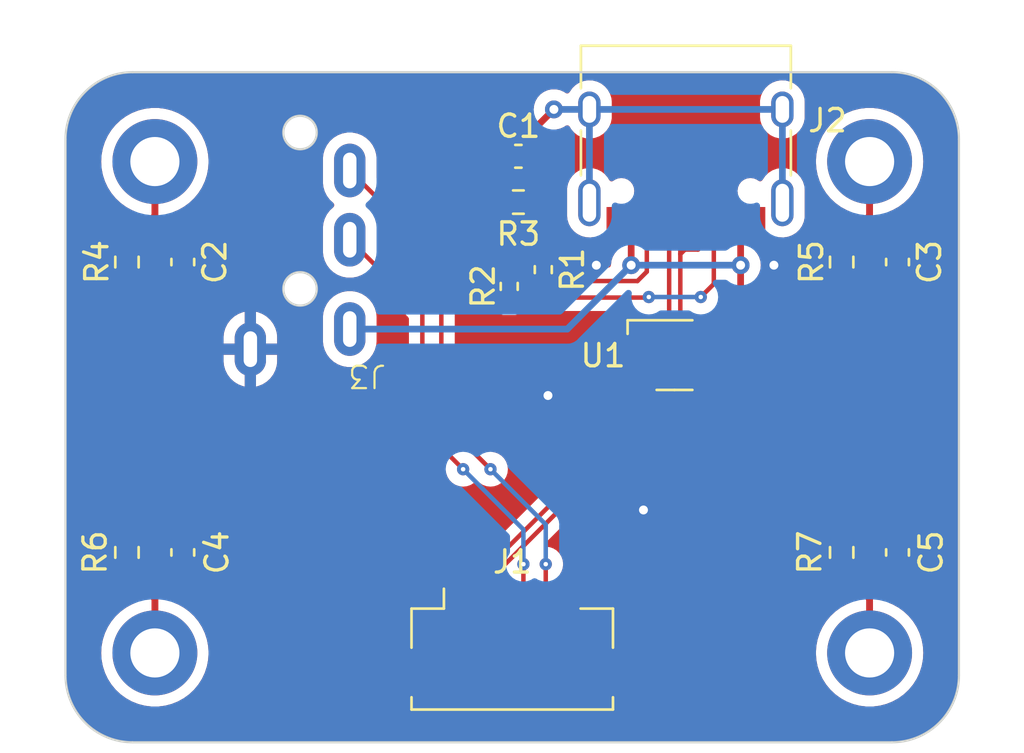
<source format=kicad_pcb>
(kicad_pcb (version 20221018) (generator pcbnew)
  (layers (0 "F.Cu" signal) (31 "B.Cu" signal) (34 "B.Paste" user) (35 "F.Paste" user) (36 "B.SilkS" user "B.Silkscreen") (37 "F.SilkS" user "F.Silkscreen") (38 "B.Mask" user) (39 "F.Mask" user) (44 "Edge.Cuts" user))
  (net 0 "")
  (net 1 "+5V")
  (net 2 "/USB_D-")
  (net 3 "/USB_D+")
  (net 4 "/SPLIT_TX")
  (net 5 "/SPLIT_RX")
  (net 6 "GND")
  (net 7 "Net-(J2-CC1)")
  (net 9 "Net-(J2-CC2)")
  (net 13 "Net-(J2-SHIELD)")
  (net 14 "Net-(C2-Pad1)")
  (net 15 "Net-(C3-Pad1)")
  (net 16 "Net-(C4-Pad1)")
  (net 17 "Net-(C5-Pad1)")
  (footprint "MountingHole:MountingHole_2.2mm_M2_DIN965_Pad_TopBottom" (layer "F.Cu") (at 104 86)
    (fp_text reference "H3" hide)
    (fp_text value "MountingHole_Pad")
    (pad "1" thru_hole circle (at 0 0) (size 2.6 2.6) (drill 2.2) (layers "*.Cu" "*.Mask") (net 16 "Net-(C4-Pad1)"))
    (pad "1" connect circle (at 0 0) (size 3.8 3.8) (layers "F.Cu" "F.Mask") (net 16 "Net-(C4-Pad1)"))
    (pad "1" connect circle (at 0 0) (size 3.8 3.8) (layers "B.Cu" "B.Mask") (net 16 "Net-(C4-Pad1)"))
  )
  (footprint "Resistor_SMD:R_0603_1608Metric" (layer "F.Cu") (at 120.275 65.815 180)
    (fp_text reference "R3" (at 0 -1.43) (layer "F.SilkS"))
    (fp_text value "330")
    (fp_line (start -0.237258 -0.5225) (end 0.237258 -0.5225) (stroke (width 0.12)) (layer "F.SilkS"))
    (fp_line (start -0.237258 0.5225) (end 0.237258 0.5225) (stroke (width 0.12)) (layer "F.SilkS"))
    (pad "1" smd roundrect (at -0.825 0 180) (size 0.8 0.95) (layers "F.Cu" "F.Paste" "F.Mask") (net 13 "Net-(J2-SHIELD)"))
    (pad "2" smd roundrect (at 0.825 0 180) (size 0.8 0.95) (layers "F.Cu" "F.Paste" "F.Mask") (net 6 "GND"))
  )
  (footprint "Resistor_SMD:R_0603_1608Metric" (layer "F.Cu") (at 102.75 81.5 90)
    (fp_text reference "R6" (at 0 -1.43 90) (layer "F.SilkS"))
    (fp_text value "330")
    (fp_line (start -0.237258 -0.5225) (end 0.237258 -0.5225) (stroke (width 0.12)) (layer "F.SilkS"))
    (fp_line (start -0.237258 0.5225) (end 0.237258 0.5225) (stroke (width 0.12)) (layer "F.SilkS"))
    (pad "1" smd roundrect (at -0.825 0 90) (size 0.8 0.95) (layers "F.Cu" "F.Paste" "F.Mask") (net 16 "Net-(C4-Pad1)"))
    (pad "2" smd roundrect (at 0.825 0 90) (size 0.8 0.95) (layers "F.Cu" "F.Paste" "F.Mask") (net 6 "GND"))
  )
  (footprint "Connector_USB:USB_C_Receptacle_HRO_TYPE-C-31-M-12" (layer "F.Cu") (at 127.775 62.715 180)
    (fp_text reference "J2" (at -6.34 0.55) (layer "F.SilkS"))
    (fp_text value "USB_C_Receptacle_USB2.0_16P")
    (fp_line (start -4.7 -1.9) (end -4.7 0.1) (stroke (width 0.12)) (layer "F.SilkS"))
    (fp_line (start -4.7 2) (end -4.7 3.9) (stroke (width 0.12)) (layer "F.SilkS"))
    (fp_line (start -4.7 3.9) (end 4.7 3.9) (stroke (width 0.12)) (layer "F.SilkS"))
    (fp_line (start 4.7 -1.9) (end 4.7 0.1) (stroke (width 0.12)) (layer "F.SilkS"))
    (fp_line (start 4.7 2) (end 4.7 3.9) (stroke (width 0.12)) (layer "F.SilkS"))
    (pad "" np_thru_hole circle (at -2.89 -2.6 180) (size 0.65 0.65) (drill 0.65) (layers "*.Cu" "*.Mask"))
    (pad "" np_thru_hole circle (at 2.89 -2.6 180) (size 0.65 0.65) (drill 0.65) (layers "*.Cu" "*.Mask"))
    (pad "A1" smd rect (at -3.25 -4.045 180) (size 0.6 1.45) (layers "F.Cu" "F.Paste" "F.Mask") (net 6 "GND"))
    (pad "A4" smd rect (at -2.45 -4.045 180) (size 0.6 1.45) (layers "F.Cu" "F.Paste" "F.Mask") (net 1 "+5V"))
    (pad "A5" smd rect (at -1.25 -4.045 180) (size 0.3 1.45) (layers "F.Cu" "F.Paste" "F.Mask") (net 7 "Net-(J2-CC1)"))
    (pad "A6" smd rect (at -0.25 -4.045 180) (size 0.3 1.45) (layers "F.Cu" "F.Paste" "F.Mask") (net 3 "/USB_D+"))
    (pad "A7" smd rect (at 0.25 -4.045 180) (size 0.3 1.45) (layers "F.Cu" "F.Paste" "F.Mask") (net 2 "/USB_D-"))
    (pad "A8" smd rect (at 1.25 -4.045 180) (size 0.3 1.45) (layers "F.Cu" "F.Paste" "F.Mask"))
    (pad "A9" smd rect (at 2.45 -4.045 180) (size 0.6 1.45) (layers "F.Cu" "F.Paste" "F.Mask") (net 1 "+5V"))
    (pad "A12" smd rect (at 3.25 -4.045 180) (size 0.6 1.45) (layers "F.Cu" "F.Paste" "F.Mask") (net 6 "GND"))
    (pad "B1" smd rect (at 3.25 -4.045 180) (size 0.6 1.45) (layers "F.Cu" "F.Paste" "F.Mask") (net 6 "GND"))
    (pad "B4" smd rect (at 2.45 -4.045 180) (size 0.6 1.45) (layers "F.Cu" "F.Paste" "F.Mask") (net 1 "+5V"))
    (pad "B5" smd rect (at 1.75 -4.045 180) (size 0.3 1.45) (layers "F.Cu" "F.Paste" "F.Mask") (net 9 "Net-(J2-CC2)"))
    (pad "B6" smd rect (at 0.75 -4.045 180) (size 0.3 1.45) (layers "F.Cu" "F.Paste" "F.Mask") (net 3 "/USB_D+"))
    (pad "B7" smd rect (at -0.75 -4.045 180) (size 0.3 1.45) (layers "F.Cu" "F.Paste" "F.Mask") (net 2 "/USB_D-"))
    (pad "B8" smd rect (at -1.75 -4.045 180) (size 0.3 1.45) (layers "F.Cu" "F.Paste" "F.Mask"))
    (pad "B9" smd rect (at -2.45 -4.045 180) (size 0.6 1.45) (layers "F.Cu" "F.Paste" "F.Mask") (net 1 "+5V"))
    (pad "B12" smd rect (at -3.25 -4.045 180) (size 0.6 1.45) (layers "F.Cu" "F.Paste" "F.Mask") (net 6 "GND"))
    (pad "S1" thru_hole oval (at -4.32 -3.13 180) (size 1 2.1) (drill oval 0.6 1.7) (layers "*.Cu" "*.Mask") (net 13 "Net-(J2-SHIELD)"))
    (pad "S1" thru_hole oval (at -4.32 1.05 180) (size 1 1.6) (drill oval 0.6 1.2) (layers "*.Cu" "*.Mask") (net 13 "Net-(J2-SHIELD)"))
    (pad "S1" thru_hole oval (at 4.32 -3.13 180) (size 1 2.1) (drill oval 0.6 1.7) (layers "*.Cu" "*.Mask") (net 13 "Net-(J2-SHIELD)"))
    (pad "S1" thru_hole oval (at 4.32 1.05 180) (size 1 1.6) (drill oval 0.6 1.2) (layers "*.Cu" "*.Mask") (net 13 "Net-(J2-SHIELD)"))
  )
  (footprint "MountingHole:MountingHole_2.2mm_M2_DIN965_Pad_TopBottom" (layer "F.Cu") (at 136 64)
    (fp_text reference "H2" hide)
    (fp_text value "MountingHole_Pad")
    (pad "1" thru_hole circle (at 0 0) (size 2.6 2.6) (drill 2.2) (layers "*.Cu" "*.Mask") (net 15 "Net-(C3-Pad1)"))
    (pad "1" connect circle (at 0 0) (size 3.8 3.8) (layers "F.Cu" "F.Mask") (net 15 "Net-(C3-Pad1)"))
    (pad "1" connect circle (at 0 0) (size 3.8 3.8) (layers "B.Cu" "B.Mask") (net 15 "Net-(C3-Pad1)"))
  )
  (footprint "PCM_marbastlib-various:SOT-23-6-routable" (layer "F.Cu") (at 127.265 72.665)
    (fp_text reference "U1" (at -3.2 0.025) (layer "F.SilkS"))
    (fp_text value "SRV05-4")
    (fp_line (start -2.1 -1.56) (end 0.8 -1.56) (stroke (width 0.12)) (layer "F.SilkS"))
    (fp_line (start -2.1 -0.95) (end -2.1 -1.56) (stroke (width 0.12)) (layer "F.SilkS"))
    (fp_line (start 0 1.56) (end -0.8 1.56) (stroke (width 0.12)) (layer "F.SilkS"))
    (fp_line (start 0 1.56) (end 0.8 1.56) (stroke (width 0.12)) (layer "F.SilkS"))
    (pad "1" smd roundrect (at -1.175 -0.95) (size 1.25 0.6) (layers "F.Cu" "F.Paste" "F.Mask") (net 3 "/USB_D+"))
    (pad "2" smd roundrect (at -1.175 0) (size 1.25 0.6) (layers "F.Cu" "F.Paste" "F.Mask") (net 6 "GND"))
    (pad "3" smd roundrect (at -1.175 0.95) (size 1.25 0.6) (layers "F.Cu" "F.Paste" "F.Mask"))
    (pad "4" smd roundrect (at 1.175 0.95) (size 1.25 0.6) (layers "F.Cu" "F.Paste" "F.Mask"))
    (pad "5" smd roundrect (at 1.175 0) (size 1.25 0.6) (layers "F.Cu" "F.Paste" "F.Mask") (net 1 "+5V"))
    (pad "6" smd roundrect (at 1.175 -0.95) (size 1.25 0.6) (layers "F.Cu" "F.Paste" "F.Mask") (net 2 "/USB_D-"))
  )
  (footprint "Resistor_SMD:R_0603_1608Metric" (layer "F.Cu") (at 134.75 68.5 -90)
    (fp_text reference "R5" (at 0 1.35 90) (layer "F.SilkS"))
    (fp_text value "330")
    (fp_line (start -0.237258 -0.5225) (end 0.237258 -0.5225) (stroke (width 0.12)) (layer "F.SilkS"))
    (fp_line (start -0.237258 0.5225) (end 0.237258 0.5225) (stroke (width 0.12)) (layer "F.SilkS"))
    (pad "1" smd roundrect (at -0.825 0 270) (size 0.8 0.95) (layers "F.Cu" "F.Paste" "F.Mask") (net 15 "Net-(C3-Pad1)"))
    (pad "2" smd roundrect (at 0.825 0 270) (size 0.8 0.95) (layers "F.Cu" "F.Paste" "F.Mask") (net 6 "GND"))
  )
  (footprint "Resistor_SMD:R_0603_1608Metric" (layer "F.Cu") (at 134.75 81.5 90)
    (fp_text reference "R7" (at 0 -1.43 90) (layer "F.SilkS"))
    (fp_text value "330")
    (fp_line (start -0.237258 -0.5225) (end 0.237258 -0.5225) (stroke (width 0.12)) (layer "F.SilkS"))
    (fp_line (start -0.237258 0.5225) (end 0.237258 0.5225) (stroke (width 0.12)) (layer "F.SilkS"))
    (pad "1" smd roundrect (at -0.825 0 90) (size 0.8 0.95) (layers "F.Cu" "F.Paste" "F.Mask") (net 17 "Net-(C5-Pad1)"))
    (pad "2" smd roundrect (at 0.825 0 90) (size 0.8 0.95) (layers "F.Cu" "F.Paste" "F.Mask") (net 6 "GND"))
  )
  (footprint "Resistor_SMD:R_0402_1005Metric" (layer "F.Cu") (at 121.39 68.84 90)
    (fp_text reference "R1" (at 0 1.3 90) (layer "F.SilkS"))
    (fp_text value "5.1k")
    (fp_line (start -0.153641 -0.38) (end 0.153641 -0.38) (stroke (width 0.12)) (layer "F.SilkS"))
    (fp_line (start -0.153641 0.38) (end 0.153641 0.38) (stroke (width 0.12)) (layer "F.SilkS"))
    (pad "1" smd roundrect (at -0.51 0 90) (size 0.54 0.64) (layers "F.Cu" "F.Paste" "F.Mask") (net 9 "Net-(J2-CC2)"))
    (pad "2" smd roundrect (at 0.51 0 90) (size 0.54 0.64) (layers "F.Cu" "F.Paste" "F.Mask") (net 6 "GND"))
  )
  (footprint "Resistor_SMD:R_0402_1005Metric" (layer "F.Cu") (at 119.865 69.59 90)
    (fp_text reference "R2" (at 0 -1.17 90) (layer "F.SilkS"))
    (fp_text value "5.1k")
    (fp_line (start -0.153641 -0.38) (end 0.153641 -0.38) (stroke (width 0.12)) (layer "F.SilkS"))
    (fp_line (start -0.153641 0.38) (end 0.153641 0.38) (stroke (width 0.12)) (layer "F.SilkS"))
    (pad "1" smd roundrect (at -0.51 0 90) (size 0.54 0.64) (layers "F.Cu" "F.Paste" "F.Mask") (net 7 "Net-(J2-CC1)"))
    (pad "2" smd roundrect (at 0.51 0 90) (size 0.54 0.64) (layers "F.Cu" "F.Paste" "F.Mask") (net 6 "GND"))
  )
  (footprint "Capacitor_SMD:C_0603_1608Metric" (layer "F.Cu") (at 137.25 81.5 90)
    (fp_text reference "C5" (at 0 1.5 90) (layer "F.SilkS"))
    (fp_text value "100n")
    (fp_line (start -0.14058 -0.51) (end 0.14058 -0.51) (stroke (width 0.12)) (layer "F.SilkS"))
    (fp_line (start -0.14058 0.51) (end 0.14058 0.51) (stroke (width 0.12)) (layer "F.SilkS"))
    (pad "1" smd roundrect (at -0.775 0 90) (size 0.9 0.95) (layers "F.Cu" "F.Paste" "F.Mask") (net 17 "Net-(C5-Pad1)"))
    (pad "2" smd roundrect (at 0.775 0 90) (size 0.9 0.95) (layers "F.Cu" "F.Paste" "F.Mask") (net 6 "GND"))
  )
  (footprint "Capacitor_SMD:C_0603_1608Metric" (layer "F.Cu") (at 105.25 81.5 90)
    (fp_text reference "C4" (at 0 1.525 90) (layer "F.SilkS"))
    (fp_text value "100n")
    (fp_line (start -0.14058 -0.51) (end 0.14058 -0.51) (stroke (width 0.12)) (layer "F.SilkS"))
    (fp_line (start -0.14058 0.51) (end 0.14058 0.51) (stroke (width 0.12)) (layer "F.SilkS"))
    (pad "1" smd roundrect (at -0.775 0 90) (size 0.9 0.95) (layers "F.Cu" "F.Paste" "F.Mask") (net 16 "Net-(C4-Pad1)"))
    (pad "2" smd roundrect (at 0.775 0 90) (size 0.9 0.95) (layers "F.Cu" "F.Paste" "F.Mask") (net 6 "GND"))
  )
  (footprint "lib-zegonix:TRRS_Receptable" (layer "F.Cu") (at 113.5 73.1 180)
    (fp_text reference "J3" (at 0 -0.5 180 unlocked) (layer "F.SilkS") (effects (font (thickness 0.1))))
    (fp_text value "PJ-320A")
    (fp_circle (center 3 3.4) (end 3.75 3.4) (stroke (width 0.1)) (fill none) (layer "Edge.Cuts"))
    (fp_circle (center 3 10.4) (end 3.75 10.4) (stroke (width 0.1)) (fill none) (layer "Edge.Cuts"))
    (pad "R1" thru_hole oval (at 0.775 5.6 180) (size 1.4 2.4) (drill oval 0.6 1.6) (layers "*.Cu" "*.Mask") (net 4 "/SPLIT_TX"))
    (pad "R2" thru_hole oval (at 0.775 8.7 180) (size 1.4 2.4) (drill oval 0.6 1.6) (layers "*.Cu" "*.Mask") (net 5 "/SPLIT_RX"))
    (pad "S" thru_hole oval (at 5.225 0.7 180) (size 1.4 2.4) (drill oval 0.6 1.6) (layers "*.Cu" "*.Mask") (net 6 "GND"))
    (pad "T" thru_hole oval (at 0.775 1.6 180) (size 1.4 2.4) (drill oval 0.6 1.6) (layers "*.Cu" "*.Mask") (net 1 "+5V"))
  )
  (footprint "Resistor_SMD:R_0603_1608Metric" (layer "F.Cu") (at 102.75 68.5 -90)
    (fp_text reference "R4" (at 0 1.35 90) (layer "F.SilkS"))
    (fp_text value "330")
    (fp_line (start -0.237258 -0.5225) (end 0.237258 -0.5225) (stroke (width 0.12)) (layer "F.SilkS"))
    (fp_line (start -0.237258 0.5225) (end 0.237258 0.5225) (stroke (width 0.12)) (layer "F.SilkS"))
    (pad "1" smd roundrect (at -0.825 0 270) (size 0.8 0.95) (layers "F.Cu" "F.Paste" "F.Mask") (net 14 "Net-(C2-Pad1)"))
    (pad "2" smd roundrect (at 0.825 0 270) (size 0.8 0.95) (layers "F.Cu" "F.Paste" "F.Mask") (net 6 "GND"))
  )
  (footprint "MountingHole:MountingHole_2.2mm_M2_DIN965_Pad_TopBottom" (layer "F.Cu") (at 104 64)
    (fp_text reference "H1" hide)
    (fp_text value "MountingHole_Pad")
    (pad "1" thru_hole circle (at 0 0) (size 2.6 2.6) (drill 2.2) (layers "*.Cu" "*.Mask") (net 14 "Net-(C2-Pad1)"))
    (pad "1" connect circle (at 0 0) (size 3.8 3.8) (layers "F.Cu" "F.Mask") (net 14 "Net-(C2-Pad1)"))
    (pad "1" connect circle (at 0 0) (size 3.8 3.8) (layers "B.Cu" "B.Mask") (net 14 "Net-(C2-Pad1)"))
  )
  (footprint "Capacitor_SMD:C_0603_1608Metric" (layer "F.Cu") (at 105.25 68.5 -90)
    (fp_text reference "C2" (at 0 -1.43 90) (layer "F.SilkS"))
    (fp_text value "100n")
    (fp_line (start -0.14058 -0.51) (end 0.14058 -0.51) (stroke (width 0.12)) (layer "F.SilkS"))
    (fp_line (start -0.14058 0.51) (end 0.14058 0.51) (stroke (width 0.12)) (layer "F.SilkS"))
    (pad "1" smd roundrect (at -0.775 0 270) (size 0.9 0.95) (layers "F.Cu" "F.Paste" "F.Mask") (net 14 "Net-(C2-Pad1)"))
    (pad "2" smd roundrect (at 0.775 0 270) (size 0.9 0.95) (layers "F.Cu" "F.Paste" "F.Mask") (net 6 "GND"))
  )
  (footprint "MountingHole:MountingHole_2.2mm_M2_DIN965_Pad_TopBottom" (layer "F.Cu") (at 136 86)
    (fp_text reference "H4" hide)
    (fp_text value "MountingHole_Pad")
    (pad "1" thru_hole circle (at 0 0) (size 2.6 2.6) (drill 2.2) (layers "*.Cu" "*.Mask") (net 17 "Net-(C5-Pad1)"))
    (pad "1" connect circle (at 0 0) (size 3.8 3.8) (layers "F.Cu" "F.Mask") (net 17 "Net-(C5-Pad1)"))
    (pad "1" connect circle (at 0 0) (size 3.8 3.8) (layers "B.Cu" "B.Mask") (net 17 "Net-(C5-Pad1)"))
  )
  (footprint "Capacitor_SMD:C_0603_1608Metric" (layer "F.Cu") (at 120.275 63.765 180)
    (fp_text reference "C1" (at 0 1.35) (layer "F.SilkS"))
    (fp_text value "100n")
    (fp_line (start -0.14058 -0.51) (end 0.14058 -0.51) (stroke (width 0.12)) (layer "F.SilkS"))
    (fp_line (start -0.14058 0.51) (end 0.14058 0.51) (stroke (width 0.12)) (layer "F.SilkS"))
    (pad "1" smd roundrect (at -0.775 0 180) (size 0.9 0.95) (layers "F.Cu" "F.Paste" "F.Mask") (net 13 "Net-(J2-SHIELD)"))
    (pad "2" smd roundrect (at 0.775 0 180) (size 0.9 0.95) (layers "F.Cu" "F.Paste" "F.Mask") (net 6 "GND"))
  )
  (footprint "Connector_JST:JST_SHL_SM06B-SHLS-TF_1x06-1MP_P1.00mm_Horizontal" (layer "F.Cu") (at 120 85.425)
    (fp_text reference "J1" (at 0 -3.5) (layer "F.SilkS"))
    (fp_text value "Conn_01x06_MountingPin")
    (fp_line (start -4.51 -1.41) (end -3.06 -1.41) (stroke (width 0.12)) (layer "F.SilkS"))
    (fp_line (start -4.51 0.34) (end -4.51 -1.41) (stroke (width 0.12)) (layer "F.SilkS"))
    (fp_line (start -4.51 2.56) (end -4.51 3.11) (stroke (width 0.12)) (layer "F.SilkS"))
    (fp_line (start -4.51 3.11) (end 4.51 3.11) (stroke (width 0.12)) (layer "F.SilkS"))
    (fp_line (start -3.06 -1.41) (end -3.06 -2.3) (stroke (width 0.12)) (layer "F.SilkS"))
    (fp_line (start 4.51 -1.41) (end 3.06 -1.41) (stroke (width 0.12)) (layer "F.SilkS"))
    (fp_line (start 4.51 0.34) (end 4.51 -1.41) (stroke (width 0.12)) (layer "F.SilkS"))
    (fp_line (start 4.51 3.11) (end 4.51 2.56) (stroke (width 0.12)) (layer "F.SilkS"))
    (pad "1" smd roundrect (at -2.5 -1.675) (size 0.6 1.25) (layers "F.Cu" "F.Paste" "F.Mask") (net 1 "+5V"))
    (pad "2" smd roundrect (at -1.5 -1.675) (size 0.6 1.25) (layers "F.Cu" "F.Paste" "F.Mask") (net 3 "/USB_D+"))
    (pad "3" smd roundrect (at -0.5 -1.675) (size 0.6 1.25) (layers "F.Cu" "F.Paste" "F.Mask") (net 2 "/USB_D-"))
    (pad "4" smd roundrect (at 0.5 -1.675) (size 0.6 1.25) (layers "F.Cu" "F.Paste" "F.Mask") (net 4 "/SPLIT_TX"))
    (pad "5" smd roundrect (at 1.5 -1.675) (size 0.6 1.25) (layers "F.Cu" "F.Paste" "F.Mask") (net 5 "/SPLIT_RX"))
    (pad "6" smd roundrect (at 2.5 -1.675) (size 0.6 1.25) (layers "F.Cu" "F.Paste" "F.Mask") (net 6 "GND"))
    (pad "MP" smd roundrect (at -3.95 1.45) (size 0.9 1.7) (layers "F.Cu" "F.Paste" "F.Mask") (net 6 "GND"))
    (pad "MP" smd roundrect (at 3.95 1.45) (size 0.9 1.7) (layers "F.Cu" "F.Paste" "F.Mask") (net 6 "GND"))
  )
  (footprint "Capacitor_SMD:C_0603_1608Metric" (layer "F.Cu") (at 137.25 68.5 -90)
    (fp_text reference "C3" (at 0 -1.43 90) (layer "F.SilkS"))
    (fp_text value "100n")
    (fp_line (start -0.14058 -0.51) (end 0.14058 -0.51) (stroke (width 0.12)) (layer "F.SilkS"))
    (fp_line (start -0.14058 0.51) (end 0.14058 0.51) (stroke (width 0.12)) (layer "F.SilkS"))
    (pad "1" smd roundrect (at -0.775 0 270) (size 0.9 0.95) (layers "F.Cu" "F.Paste" "F.Mask") (net 15 "Net-(C3-Pad1)"))
    (pad "2" smd roundrect (at 0.775 0 270) (size 0.9 0.95) (layers "F.Cu" "F.Paste" "F.Mask") (net 6 "GND"))
  )
  (gr_line (start 137 90) (end 103 90) (stroke (width 0.1)) (layer "Edge.Cuts"))
  (gr_line (start 103 60) (end 137 60) (stroke (width 0.1)) (layer "Edge.Cuts"))
  (gr_arc (start 140 87) (mid 139.12132 89.12132) (end 137 90) (stroke (width 0.1)) (layer "Edge.Cuts"))
  (gr_arc (start 100 63) (mid 100.87868 60.87868) (end 103 60) (stroke (width 0.1)) (layer "Edge.Cuts"))
  (gr_line (start 140 63) (end 140 87) (stroke (width 0.1)) (layer "Edge.Cuts"))
  (gr_arc (start 103 90) (mid 100.87868 89.12132) (end 100 87) (stroke (width 0.1)) (layer "Edge.Cuts"))
  (gr_line (start 100 87) (end 100 63) (stroke (width 0.1)) (layer "Edge.Cuts"))
  (gr_arc (start 137 60) (mid 139.12132 60.87868) (end 140 63) (stroke (width 0.1)) (layer "Edge.Cuts"))
  (segment (start 130.225 68.64) (end 130.225 71.605) (width 0.3) (layer "F.Cu") (net 1))
  (segment (start 130.225 71.605) (end 130.225 81.6) (width 0.3) (layer "F.Cu") (net 1))
  (segment (start 129.165 72.665) (end 128.44 72.665) (width 0.3) (layer "F.Cu") (net 1))
  (segment (start 117.5 84.475) (end 117.5 83.75) (width 0.3) (layer "F.Cu") (net 1))
  (segment (start 126.625 85.2) (end 118.225 85.2) (width 0.3) (layer "F.Cu") (net 1))
  (segment (start 118.225 85.2) (end 117.5 84.475) (width 0.3) (layer "F.Cu") (net 1))
  (segment (start 130.225 81.6) (end 126.625 85.2) (width 0.3) (layer "F.Cu") (net 1))
  (segment (start 130.225 68.64) (end 130.225 66.76) (width 0.3) (layer "F.Cu") (net 1))
  (segment (start 130.225 71.605) (end 129.165 72.665) (width 0.3) (layer "F.Cu") (net 1))
  (segment (start 125.325 68.64) (end 125.325 66.76) (width 0.3) (layer "F.Cu") (net 1))
  (via (at 130.225 68.64) (size 0.8) (drill 0.4) (layers "F.Cu" "B.Cu") (net 1))
  (via (at 125.325 68.64) (size 0.8) (drill 0.4) (layers "F.Cu" "B.Cu") (net 1))
  (segment (start 125.325 68.64) (end 122.465 71.5) (width 0.3) (layer "B.Cu") (net 1))
  (segment (start 122.465 71.5) (end 112.725 71.5) (width 0.3) (layer "B.Cu") (net 1))
  (segment (start 125.325 68.64) (end 130.225 68.64) (width 0.3) (layer "B.Cu") (net 1))
  (segment (start 127.73 67.94) (end 128.32 67.94) (width 0.2) (layer "F.Cu") (net 2))
  (segment (start 127.525 68.14) (end 127.525 71.125) (width 0.2) (layer "F.Cu") (net 2))
  (segment (start 119.5 82.211827) (end 119.5 83.75) (width 0.2) (layer "F.Cu") (net 2))
  (segment (start 127.73 67.94) (end 127.53 68.14) (width 0.2) (layer "F.Cu") (net 2))
  (segment (start 127.465 72.374448) (end 127.465 74.246827) (width 0.2) (layer "F.Cu") (net 2))
  (segment (start 128.115 71.715) (end 128.44 71.715) (width 0.2) (layer "F.Cu") (net 2))
  (segment (start 128.124448 71.715) (end 127.465 72.374448) (width 0.2) (layer "F.Cu") (net 2))
  (segment (start 127.525 67.735) (end 127.73 67.94) (width 0.2) (layer "F.Cu") (net 2))
  (segment (start 127.53 68.14) (end 127.525 68.14) (width 0.2) (layer "F.Cu") (net 2))
  (segment (start 127.465 74.246827) (end 119.5 82.211827) (width 0.2) (layer "F.Cu") (net 2))
  (segment (start 127.525 66.76) (end 127.525 68.14) (width 0.2) (layer "F.Cu") (net 2))
  (segment (start 127.525 66.76) (end 127.525 67.735) (width 0.2) (layer "F.Cu") (net 2))
  (segment (start 128.32 67.94) (end 128.525 67.735) (width 0.2) (layer "F.Cu") (net 2))
  (segment (start 127.525 71.125) (end 128.115 71.715) (width 0.2) (layer "F.Cu") (net 2))
  (segment (start 128.525 67.735) (end 128.525 66.76) (width 0.2) (layer "F.Cu") (net 2))
  (segment (start 128.44 71.715) (end 128.124448 71.715) (width 0.2) (layer "F.Cu") (net 2))
  (segment (start 118.5 82.575) (end 118.5 83.75) (width 0.2) (layer "F.Cu") (net 3))
  (segment (start 127.065 72.374448) (end 127.065 74.01) (width 0.2) (layer "F.Cu") (net 3))
  (segment (start 127.83 65.59) (end 128.025 65.785) (width 0.2) (layer "F.Cu") (net 3))
  (segment (start 126.09 71.715) (end 126.405552 71.715) (width 0.2) (layer "F.Cu") (net 3))
  (segment (start 127.065 74.01) (end 118.5 82.575) (width 0.2) (layer "F.Cu") (net 3))
  (segment (start 127.025 66.76) (end 127.025 65.785) (width 0.2) (layer "F.Cu") (net 3))
  (segment (start 128.025 65.785) (end 128.025 66.76) (width 0.2) (layer "F.Cu") (net 3))
  (segment (start 127.22 65.59) (end 127.83 65.59) (width 0.2) (layer "F.Cu") (net 3))
  (segment (start 127.025 71.105) (end 126.415 71.715) (width 0.2) (layer "F.Cu") (net 3))
  (segment (start 126.415 71.715) (end 126.09 71.715) (width 0.2) (layer "F.Cu") (net 3))
  (segment (start 126.405552 71.715) (end 127.065 72.374448) (width 0.2) (layer "F.Cu") (net 3))
  (segment (start 127.025 65.785) (end 127.22 65.59) (width 0.2) (layer "F.Cu") (net 3))
  (segment (start 127.025 66.76) (end 127.025 71.105) (width 0.2) (layer "F.Cu") (net 3))
  (segment (start 120.5 83.75) (end 120.5 82.025) (width 0.2) (layer "F.Cu") (net 4))
  (segment (start 117.8 77.775) (end 115.975 75.95) (width 0.2) (layer "F.Cu") (net 4))
  (segment (start 115.975 70.75) (end 112.725 67.5) (width 0.2) (layer "F.Cu") (net 4))
  (segment (start 115.975 75.95) (end 115.975 70.75) (width 0.2) (layer "F.Cu") (net 4))
  (via (at 117.8 77.775) (size 0.55) (drill 0.2) (layers "F.Cu" "B.Cu") (net 4))
  (via (at 120.5 82.025) (size 0.55) (drill 0.2) (layers "F.Cu" "B.Cu") (net 4))
  (segment (start 120.5 80.475) (end 120.5 82.025) (width 0.2) (layer "B.Cu") (net 4))
  (segment (start 117.8 77.775) (end 120.5 80.475) (width 0.2) (layer "B.Cu") (net 4))
  (segment (start 116.825 75.575) (end 116.825 68.5) (width 0.2) (layer "F.Cu") (net 5))
  (segment (start 121.5 82.025) (end 121.5 83.75) (width 0.2) (layer "F.Cu") (net 5))
  (segment (start 116.825 68.5) (end 112.725 64.4) (width 0.2) (layer "F.Cu") (net 5))
  (segment (start 119.025 77.775) (end 116.825 75.575) (width 0.2) (layer "F.Cu") (net 5))
  (via (at 121.5 82.025) (size 0.55) (drill 0.2) (layers "F.Cu" "B.Cu") (net 5))
  (via (at 119.025 77.775) (size 0.55) (drill 0.2) (layers "F.Cu" "B.Cu") (net 5))
  (segment (start 121.5 82.025) (end 121.5 80.25) (width 0.2) (layer "B.Cu") (net 5))
  (segment (start 121.5 80.25) (end 119.025 77.775) (width 0.2) (layer "B.Cu") (net 5))
  (segment (start 131.715 68.64) (end 131.025 67.95) (width 0.3) (layer "F.Cu") (net 6))
  (segment (start 131.025 67.95) (end 131.025 66.76) (width 0.3) (layer "F.Cu") (net 6))
  (segment (start 124.525 66.76) (end 124.525 67.88) (width 0.3) (layer "F.Cu") (net 6))
  (segment (start 124.525 67.88) (end 123.765 68.64) (width 0.3) (layer "F.Cu") (net 6))
  (via (at 125.875 79.6) (size 0.8) (drill 0.4) (layers "F.Cu" "B.Cu") (net 6))
  (via (at 123.765 68.64) (size 0.8) (drill 0.4) (layers "F.Cu" "B.Cu") (net 6))
  (via (at 131.715 68.64) (size 0.8) (drill 0.4) (layers "F.Cu" "B.Cu") (net 6))
  (via (at 121.6 74.475) (size 0.8) (drill 0.4) (layers "F.Cu" "B.Cu") (net 6))
  (segment (start 119.875 70.09) (end 119.865 70.1) (width 0.2) (layer "F.Cu") (net 7))
  (segment (start 129.025 69.48) (end 129.025 66.76) (width 0.2) (layer "F.Cu") (net 7))
  (segment (start 126.115 70.065) (end 126.09 70.09) (width 0.2) (layer "F.Cu") (net 7))
  (segment (start 126.09 70.09) (end 119.875 70.09) (width 0.2) (layer "F.Cu") (net 7))
  (segment (start 128.44 70.065) (end 129.025 69.48) (width 0.2) (layer "F.Cu") (net 7))
  (via (at 128.44 70.065) (size 0.55) (drill 0.2) (layers "F.Cu" "B.Cu") (net 7))
  (via (at 126.115 70.065) (size 0.55) (drill 0.2) (layers "F.Cu" "B.Cu") (net 7))
  (segment (start 128.44 70.065) (end 126.115 70.065) (width 0.2) (layer "B.Cu") (net 7))
  (segment (start 126.025 68.92995) (end 126.025 66.76) (width 0.2) (layer "F.Cu") (net 9))
  (segment (start 121.39 69.35) (end 125.60495 69.35) (width 0.2) (layer "F.Cu") (net 9))
  (segment (start 125.60495 69.35) (end 126.025 68.92995) (width 0.2) (layer "F.Cu") (net 9))
  (segment (start 121.05 63.765) (end 121.05 65.765) (width 0.3) (layer "F.Cu") (net 13))
  (segment (start 121.865 61.665) (end 121.05 62.48) (width 0.3) (layer "F.Cu") (net 13))
  (segment (start 121.05 62.48) (end 121.05 63.765) (width 0.3) (layer "F.Cu") (net 13))
  (segment (start 121.05 65.765) (end 121.1 65.815) (width 0.3) (layer "F.Cu") (net 13))
  (via (at 121.865 61.665) (size 0.8) (drill 0.4) (layers "F.Cu" "B.Cu") (net 13))
  (segment (start 123.455 61.665) (end 123.455 65.845) (width 0.3) (layer "B.Cu") (net 13))
  (segment (start 132.095 65.845) (end 132.095 61.665) (width 0.3) (layer "B.Cu") (net 13))
  (segment (start 123.455 61.665) (end 121.865 61.665) (width 0.3) (layer "B.Cu") (net 13))
  (segment (start 132.095 61.665) (end 123.455 61.665) (width 0.3) (layer "B.Cu") (net 13))
  (segment (start 105.25 67.725) (end 104 66.475) (width 0.3) (layer "F.Cu") (net 14))
  (segment (start 104 66.475) (end 104 64) (width 0.3) (layer "F.Cu") (net 14))
  (segment (start 104 66.425) (end 104 64) (width 0.3) (layer "F.Cu") (net 14))
  (segment (start 102.75 67.675) (end 104 66.425) (width 0.3) (layer "F.Cu") (net 14))
  (segment (start 136 64) (end 136 66.425) (width 0.3) (layer "F.Cu") (net 15))
  (segment (start 136 66.425) (end 134.75 67.675) (width 0.3) (layer "F.Cu") (net 15))
  (segment (start 136 64) (end 136 66.475) (width 0.3) (layer "F.Cu") (net 15))
  (segment (start 136 66.475) (end 137.25 67.725) (width 0.3) (layer "F.Cu") (net 15))
  (segment (start 104 83.575) (end 104 86) (width 0.3) (layer "F.Cu") (net 16))
  (segment (start 105.25 82.275) (end 104 83.525) (width 0.3) (layer "F.Cu") (net 16))
  (segment (start 102.75 82.325) (end 104 83.575) (width 0.3) (layer "F.Cu") (net 16))
  (segment (start 104 83.525) (end 104 86) (width 0.3) (layer "F.Cu") (net 16))
  (segment (start 136 86) (end 136 83.575) (width 0.3) (layer "F.Cu") (net 17))
  (segment (start 136 83.575) (end 134.75 82.325) (width 0.3) (layer "F.Cu") (net 17))
  (segment (start 136 86) (end 136 83.525) (width 0.3) (layer "F.Cu") (net 17))
  (segment (start 136 83.525) (end 137.25 82.275) (width 0.3) (layer "F.Cu") (net 17))
  (zone (net 6) (net_name "GND") (layer "F.Cu") (priority 1) (connect_pads (clearance 0.5)) (min_thickness 0.25) (fill yes (thermal_gap 0.5) (thermal_bridge_width 0.5))
    (polygon (pts (xy 99.7 59.6) (xy 140.225 59.6) (xy 140.225 90.3) (xy 99.7 90.3)))
  )
  (zone (net 6) (net_name "GND") (layer "B.Cu") (connect_pads (clearance 0.5)) (min_thickness 0.3) (fill yes (thermal_gap 0.5) (thermal_bridge_width 0.5))
    (polygon (pts (xy 99.7 59.6) (xy 99.7 90.3) (xy 140.225 90.3) (xy 140.225 59.6)))
  )
)
</source>
